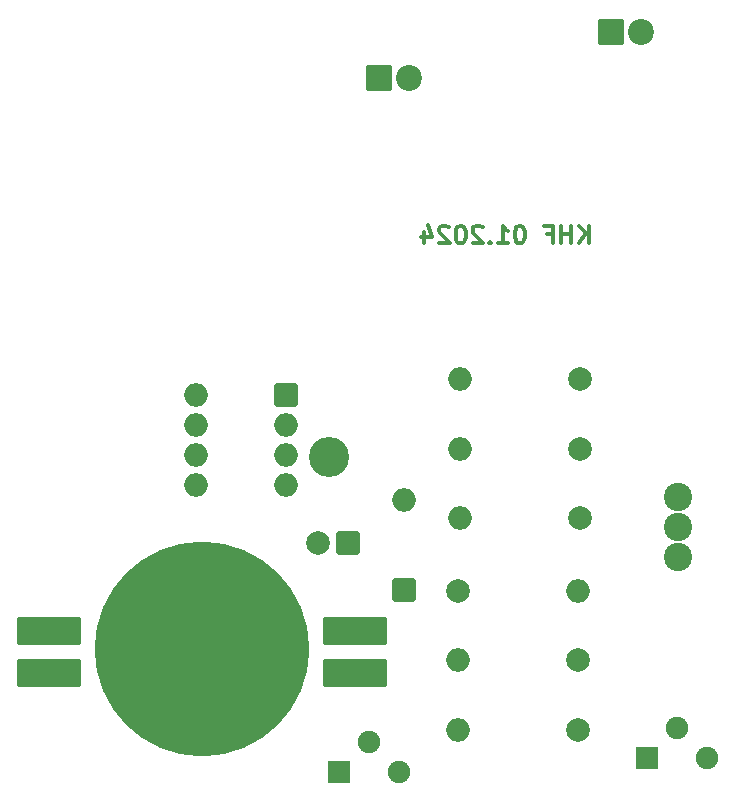
<source format=gbr>
%TF.GenerationSoftware,KiCad,Pcbnew,8.0.1*%
%TF.CreationDate,2024-04-02T10:22:41+02:00*%
%TF.ProjectId,KatzeV2,4b61747a-6556-4322-9e6b-696361645f70,rev?*%
%TF.SameCoordinates,Original*%
%TF.FileFunction,Soldermask,Bot*%
%TF.FilePolarity,Negative*%
%FSLAX46Y46*%
G04 Gerber Fmt 4.6, Leading zero omitted, Abs format (unit mm)*
G04 Created by KiCad (PCBNEW 8.0.1) date 2024-04-02 10:22:41*
%MOMM*%
%LPD*%
G01*
G04 APERTURE LIST*
G04 Aperture macros list*
%AMRoundRect*
0 Rectangle with rounded corners*
0 $1 Rounding radius*
0 $2 $3 $4 $5 $6 $7 $8 $9 X,Y pos of 4 corners*
0 Add a 4 corners polygon primitive as box body*
4,1,4,$2,$3,$4,$5,$6,$7,$8,$9,$2,$3,0*
0 Add four circle primitives for the rounded corners*
1,1,$1+$1,$2,$3*
1,1,$1+$1,$4,$5*
1,1,$1+$1,$6,$7*
1,1,$1+$1,$8,$9*
0 Add four rect primitives between the rounded corners*
20,1,$1+$1,$2,$3,$4,$5,0*
20,1,$1+$1,$4,$5,$6,$7,0*
20,1,$1+$1,$6,$7,$8,$9,0*
20,1,$1+$1,$8,$9,$2,$3,0*%
G04 Aperture macros list end*
%ADD10C,0.300000*%
%ADD11RoundRect,0.200000X-0.900000X-0.900000X0.900000X-0.900000X0.900000X0.900000X-0.900000X0.900000X0*%
%ADD12C,2.200000*%
%ADD13RoundRect,0.200000X-0.750000X-0.750000X0.750000X-0.750000X0.750000X0.750000X-0.750000X0.750000X0*%
%ADD14C,1.900000*%
%ADD15C,2.000000*%
%ADD16O,2.000000X2.000000*%
%ADD17RoundRect,0.200000X0.800000X-0.800000X0.800000X0.800000X-0.800000X0.800000X-0.800000X-0.800000X0*%
%ADD18C,2.400000*%
%ADD19RoundRect,0.200000X2.500000X1.000000X-2.500000X1.000000X-2.500000X-1.000000X2.500000X-1.000000X0*%
%ADD20C,18.180000*%
%ADD21RoundRect,0.200000X0.800000X0.800000X-0.800000X0.800000X-0.800000X-0.800000X0.800000X-0.800000X0*%
%ADD22C,3.400000*%
G04 APERTURE END LIST*
D10*
X98585489Y-79310828D02*
X98585489Y-77810828D01*
X97728346Y-79310828D02*
X98371203Y-78453685D01*
X97728346Y-77810828D02*
X98585489Y-78667971D01*
X97085489Y-79310828D02*
X97085489Y-77810828D01*
X97085489Y-78525114D02*
X96228346Y-78525114D01*
X96228346Y-79310828D02*
X96228346Y-77810828D01*
X95014060Y-78525114D02*
X95514060Y-78525114D01*
X95514060Y-79310828D02*
X95514060Y-77810828D01*
X95514060Y-77810828D02*
X94799774Y-77810828D01*
X92799774Y-77810828D02*
X92656917Y-77810828D01*
X92656917Y-77810828D02*
X92514060Y-77882257D01*
X92514060Y-77882257D02*
X92442632Y-77953685D01*
X92442632Y-77953685D02*
X92371203Y-78096542D01*
X92371203Y-78096542D02*
X92299774Y-78382257D01*
X92299774Y-78382257D02*
X92299774Y-78739400D01*
X92299774Y-78739400D02*
X92371203Y-79025114D01*
X92371203Y-79025114D02*
X92442632Y-79167971D01*
X92442632Y-79167971D02*
X92514060Y-79239400D01*
X92514060Y-79239400D02*
X92656917Y-79310828D01*
X92656917Y-79310828D02*
X92799774Y-79310828D01*
X92799774Y-79310828D02*
X92942632Y-79239400D01*
X92942632Y-79239400D02*
X93014060Y-79167971D01*
X93014060Y-79167971D02*
X93085489Y-79025114D01*
X93085489Y-79025114D02*
X93156917Y-78739400D01*
X93156917Y-78739400D02*
X93156917Y-78382257D01*
X93156917Y-78382257D02*
X93085489Y-78096542D01*
X93085489Y-78096542D02*
X93014060Y-77953685D01*
X93014060Y-77953685D02*
X92942632Y-77882257D01*
X92942632Y-77882257D02*
X92799774Y-77810828D01*
X90871203Y-79310828D02*
X91728346Y-79310828D01*
X91299775Y-79310828D02*
X91299775Y-77810828D01*
X91299775Y-77810828D02*
X91442632Y-78025114D01*
X91442632Y-78025114D02*
X91585489Y-78167971D01*
X91585489Y-78167971D02*
X91728346Y-78239400D01*
X90228347Y-79167971D02*
X90156918Y-79239400D01*
X90156918Y-79239400D02*
X90228347Y-79310828D01*
X90228347Y-79310828D02*
X90299775Y-79239400D01*
X90299775Y-79239400D02*
X90228347Y-79167971D01*
X90228347Y-79167971D02*
X90228347Y-79310828D01*
X89585489Y-77953685D02*
X89514061Y-77882257D01*
X89514061Y-77882257D02*
X89371204Y-77810828D01*
X89371204Y-77810828D02*
X89014061Y-77810828D01*
X89014061Y-77810828D02*
X88871204Y-77882257D01*
X88871204Y-77882257D02*
X88799775Y-77953685D01*
X88799775Y-77953685D02*
X88728346Y-78096542D01*
X88728346Y-78096542D02*
X88728346Y-78239400D01*
X88728346Y-78239400D02*
X88799775Y-78453685D01*
X88799775Y-78453685D02*
X89656918Y-79310828D01*
X89656918Y-79310828D02*
X88728346Y-79310828D01*
X87799775Y-77810828D02*
X87656918Y-77810828D01*
X87656918Y-77810828D02*
X87514061Y-77882257D01*
X87514061Y-77882257D02*
X87442633Y-77953685D01*
X87442633Y-77953685D02*
X87371204Y-78096542D01*
X87371204Y-78096542D02*
X87299775Y-78382257D01*
X87299775Y-78382257D02*
X87299775Y-78739400D01*
X87299775Y-78739400D02*
X87371204Y-79025114D01*
X87371204Y-79025114D02*
X87442633Y-79167971D01*
X87442633Y-79167971D02*
X87514061Y-79239400D01*
X87514061Y-79239400D02*
X87656918Y-79310828D01*
X87656918Y-79310828D02*
X87799775Y-79310828D01*
X87799775Y-79310828D02*
X87942633Y-79239400D01*
X87942633Y-79239400D02*
X88014061Y-79167971D01*
X88014061Y-79167971D02*
X88085490Y-79025114D01*
X88085490Y-79025114D02*
X88156918Y-78739400D01*
X88156918Y-78739400D02*
X88156918Y-78382257D01*
X88156918Y-78382257D02*
X88085490Y-78096542D01*
X88085490Y-78096542D02*
X88014061Y-77953685D01*
X88014061Y-77953685D02*
X87942633Y-77882257D01*
X87942633Y-77882257D02*
X87799775Y-77810828D01*
X86728347Y-77953685D02*
X86656919Y-77882257D01*
X86656919Y-77882257D02*
X86514062Y-77810828D01*
X86514062Y-77810828D02*
X86156919Y-77810828D01*
X86156919Y-77810828D02*
X86014062Y-77882257D01*
X86014062Y-77882257D02*
X85942633Y-77953685D01*
X85942633Y-77953685D02*
X85871204Y-78096542D01*
X85871204Y-78096542D02*
X85871204Y-78239400D01*
X85871204Y-78239400D02*
X85942633Y-78453685D01*
X85942633Y-78453685D02*
X86799776Y-79310828D01*
X86799776Y-79310828D02*
X85871204Y-79310828D01*
X84585491Y-78310828D02*
X84585491Y-79310828D01*
X84942633Y-77739400D02*
X85299776Y-78810828D01*
X85299776Y-78810828D02*
X84371205Y-78810828D01*
D11*
%TO.C,D2*%
X100425000Y-61415000D03*
D12*
X102965000Y-61415000D03*
%TD*%
D13*
%TO.C,Q2*%
X77410000Y-124040000D03*
D14*
X79950000Y-121500000D03*
X82490000Y-124040000D03*
%TD*%
D13*
%TO.C,Q1*%
X103520000Y-122910000D03*
D14*
X106060000Y-120370000D03*
X108600000Y-122910000D03*
%TD*%
D11*
%TO.C,D1*%
X80825000Y-65315000D03*
D12*
X83365000Y-65315000D03*
%TD*%
D15*
%TO.C,R6*%
X97860000Y-90815000D03*
D16*
X87700000Y-90815000D03*
%TD*%
D15*
%TO.C,R3*%
X87483760Y-108731600D03*
D16*
X97643760Y-108731600D03*
%TD*%
D17*
%TO.C,D3*%
X82950000Y-108665000D03*
D16*
X82950000Y-101045000D03*
%TD*%
D18*
%TO.C,S1*%
X106100000Y-100815000D03*
X106100000Y-103355000D03*
X106100000Y-105895000D03*
%TD*%
D15*
%TO.C,R5*%
X97660000Y-120487200D03*
D16*
X87500000Y-120487200D03*
%TD*%
D19*
%TO.C,U2*%
X78800000Y-115671000D03*
X78800000Y-112115000D03*
X52906000Y-115671000D03*
X52906000Y-112115000D03*
D20*
X65846000Y-113639000D03*
%TD*%
D15*
%TO.C,R2on2*%
X97860000Y-102570600D03*
D16*
X87700000Y-102570600D03*
%TD*%
D15*
%TO.C,R1off1*%
X97860000Y-96692800D03*
D16*
X87700000Y-96692800D03*
%TD*%
D15*
%TO.C,R4*%
X97660000Y-114609400D03*
D16*
X87500000Y-114609400D03*
%TD*%
D21*
%TO.C,U1*%
X72900000Y-92145000D03*
D16*
X72900000Y-94685000D03*
X72900000Y-97225000D03*
X72900000Y-99765000D03*
X65280000Y-99765000D03*
X65280000Y-97225000D03*
X65280000Y-94685000D03*
X65280000Y-92145000D03*
%TD*%
D21*
%TO.C,C1*%
X78150000Y-104665000D03*
D15*
X75650000Y-104665000D03*
%TD*%
D22*
%TO.C,Q*%
X76540000Y-97370000D03*
%TD*%
M02*

</source>
